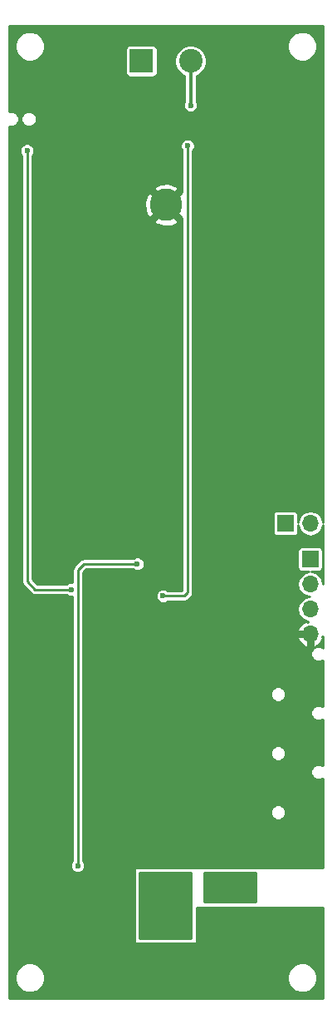
<source format=gbr>
G04 #@! TF.FileFunction,Copper,L2,Bot,Signal*
%FSLAX46Y46*%
G04 Gerber Fmt 4.6, Leading zero omitted, Abs format (unit mm)*
G04 Created by KiCad (PCBNEW 4.0.7) date 02/20/18 20:02:19*
%MOMM*%
%LPD*%
G01*
G04 APERTURE LIST*
%ADD10C,0.100000*%
%ADD11R,2.400000X2.400000*%
%ADD12C,2.400000*%
%ADD13C,3.300000*%
%ADD14C,0.400000*%
%ADD15C,0.600000*%
%ADD16R,1.700000X1.700000*%
%ADD17O,1.700000X1.700000*%
%ADD18C,0.350000*%
%ADD19C,0.250000*%
%ADD20C,0.254000*%
G04 APERTURE END LIST*
D10*
D11*
X225200000Y-64700000D03*
D12*
X230200000Y-64700000D03*
D13*
X227700000Y-152250000D03*
X227700000Y-79350000D03*
D14*
X232700000Y-71650000D03*
X231900000Y-71650000D03*
X232700000Y-70550000D03*
D15*
X226550000Y-145600000D03*
X225450000Y-145600000D03*
X226550000Y-144300000D03*
X235400000Y-145850000D03*
X236450000Y-145850000D03*
X235400000Y-144800000D03*
X236450000Y-144800000D03*
X235400000Y-143750000D03*
X226275000Y-149733334D03*
X227650000Y-149733334D03*
X229025000Y-149733334D03*
X226275000Y-148666667D03*
X227650000Y-148666667D03*
X232875000Y-149733334D03*
X234250000Y-149733334D03*
X235625000Y-149733334D03*
X232875000Y-148666667D03*
X234250000Y-148666667D03*
D16*
X242400000Y-115400000D03*
D17*
X242400000Y-117940000D03*
X242400000Y-120480000D03*
X242400000Y-123020000D03*
D15*
X235625000Y-148666667D03*
X229025000Y-148666667D03*
X236450000Y-143750000D03*
X225450000Y-144300000D03*
D14*
X232300000Y-71100000D03*
X231900000Y-70550000D03*
D16*
X239900000Y-111750000D03*
D17*
X242440000Y-111750000D03*
D15*
X229100000Y-115900000D03*
X230350000Y-128450000D03*
X230525000Y-131600000D03*
X234850000Y-111800000D03*
X234300000Y-79300000D03*
X239650000Y-108675000D03*
X239650000Y-105075000D03*
X239650000Y-101475000D03*
X236900000Y-108675000D03*
X236900000Y-105075000D03*
X236900000Y-101475000D03*
X231900000Y-108675000D03*
X231900000Y-105075000D03*
X231900000Y-101475000D03*
X241350000Y-124200000D03*
X232350000Y-127100000D03*
X232550000Y-125350000D03*
X236650000Y-111800000D03*
X226300000Y-68900000D03*
X237300000Y-71950000D03*
X228650000Y-71500000D03*
X212050000Y-73800000D03*
X212050000Y-67400000D03*
X238700000Y-127100000D03*
X235750000Y-133150000D03*
X222100000Y-143650000D03*
X223850000Y-143650000D03*
X218800000Y-148400000D03*
X238700000Y-146500000D03*
X230200000Y-69200000D03*
X218050000Y-118475000D03*
X213525000Y-73800000D03*
X224775000Y-115875000D03*
X218700000Y-146600000D03*
X229900000Y-73325000D03*
X227400000Y-119125000D03*
D18*
X230200000Y-69200000D02*
X230200000Y-64700000D01*
D19*
X213525000Y-117250000D02*
X213525000Y-117675000D01*
X214325000Y-118475000D02*
X218050000Y-118475000D01*
X213525000Y-117675000D02*
X214325000Y-118475000D01*
X213525000Y-117250000D02*
X213525000Y-73800000D01*
X218700000Y-146600000D02*
X218700000Y-116500000D01*
X219325000Y-115875000D02*
X224775000Y-115875000D01*
X218700000Y-116500000D02*
X219325000Y-115875000D01*
X227400000Y-119125000D02*
X229575000Y-119125000D01*
X229900000Y-118800000D02*
X229900000Y-73325000D01*
X229575000Y-119125000D02*
X229900000Y-118800000D01*
D20*
G36*
X230273000Y-153973000D02*
X225027000Y-153973000D01*
X225027000Y-147327000D01*
X230273000Y-147327000D01*
X230273000Y-153973000D01*
X230273000Y-153973000D01*
G37*
X230273000Y-153973000D02*
X225027000Y-153973000D01*
X225027000Y-147327000D01*
X230273000Y-147327000D01*
X230273000Y-153973000D01*
G36*
X236873000Y-150273000D02*
X231627000Y-150273000D01*
X231627000Y-147327000D01*
X236873000Y-147327000D01*
X236873000Y-150273000D01*
X236873000Y-150273000D01*
G37*
X236873000Y-150273000D02*
X231627000Y-150273000D01*
X231627000Y-147327000D01*
X236873000Y-147327000D01*
X236873000Y-150273000D01*
G36*
X243698000Y-111629463D02*
X243619794Y-111236295D01*
X243342975Y-110822007D01*
X242928687Y-110545188D01*
X242440000Y-110447982D01*
X241951313Y-110545188D01*
X241537025Y-110822007D01*
X241260206Y-111236295D01*
X241185365Y-111612546D01*
X241185365Y-110900000D01*
X241155591Y-110741763D01*
X241062073Y-110596433D01*
X240919381Y-110498936D01*
X240750000Y-110464635D01*
X239050000Y-110464635D01*
X238891763Y-110494409D01*
X238746433Y-110587927D01*
X238648936Y-110730619D01*
X238614635Y-110900000D01*
X238614635Y-112600000D01*
X238644409Y-112758237D01*
X238737927Y-112903567D01*
X238880619Y-113001064D01*
X239050000Y-113035365D01*
X240750000Y-113035365D01*
X240908237Y-113005591D01*
X241053567Y-112912073D01*
X241151064Y-112769381D01*
X241185365Y-112600000D01*
X241185365Y-111887454D01*
X241260206Y-112263705D01*
X241537025Y-112677993D01*
X241951313Y-112954812D01*
X242440000Y-113052018D01*
X242928687Y-112954812D01*
X243342975Y-112677993D01*
X243619794Y-112263705D01*
X243698000Y-111870537D01*
X243698000Y-117919800D01*
X243604812Y-117451313D01*
X243327993Y-117037025D01*
X242913705Y-116760206D01*
X242537454Y-116685365D01*
X243250000Y-116685365D01*
X243408237Y-116655591D01*
X243553567Y-116562073D01*
X243651064Y-116419381D01*
X243685365Y-116250000D01*
X243685365Y-114550000D01*
X243655591Y-114391763D01*
X243562073Y-114246433D01*
X243419381Y-114148936D01*
X243250000Y-114114635D01*
X241550000Y-114114635D01*
X241391763Y-114144409D01*
X241246433Y-114237927D01*
X241148936Y-114380619D01*
X241114635Y-114550000D01*
X241114635Y-116250000D01*
X241144409Y-116408237D01*
X241237927Y-116553567D01*
X241380619Y-116651064D01*
X241550000Y-116685365D01*
X242262546Y-116685365D01*
X241886295Y-116760206D01*
X241472007Y-117037025D01*
X241195188Y-117451313D01*
X241097982Y-117940000D01*
X241195188Y-118428687D01*
X241472007Y-118842975D01*
X241886295Y-119119794D01*
X242339791Y-119210000D01*
X241886295Y-119300206D01*
X241472007Y-119577025D01*
X241195188Y-119991313D01*
X241097982Y-120480000D01*
X241195188Y-120968687D01*
X241472007Y-121382975D01*
X241886295Y-121659794D01*
X242145998Y-121711452D01*
X242145998Y-121798357D01*
X241937410Y-121723005D01*
X241476284Y-121998758D01*
X241155785Y-122429986D01*
X241103026Y-122557413D01*
X241180930Y-122766000D01*
X242146000Y-122766000D01*
X242146000Y-122746000D01*
X242654000Y-122746000D01*
X242654000Y-122766000D01*
X242674000Y-122766000D01*
X242674000Y-123274000D01*
X242654000Y-123274000D01*
X242654000Y-124241642D01*
X242862590Y-124316995D01*
X243323716Y-124041242D01*
X243644215Y-123610014D01*
X243696974Y-123482587D01*
X243619071Y-123274002D01*
X243698000Y-123274002D01*
X243698000Y-124398979D01*
X243690710Y-124391676D01*
X243405233Y-124273135D01*
X243096123Y-124272866D01*
X242810440Y-124390908D01*
X242591676Y-124609290D01*
X242473135Y-124894767D01*
X242472866Y-125203877D01*
X242590908Y-125489560D01*
X242809290Y-125708324D01*
X243094767Y-125826865D01*
X243403877Y-125827134D01*
X243689560Y-125709092D01*
X243698000Y-125700667D01*
X243698000Y-130398979D01*
X243690710Y-130391676D01*
X243405233Y-130273135D01*
X243096123Y-130272866D01*
X242810440Y-130390908D01*
X242591676Y-130609290D01*
X242473135Y-130894767D01*
X242472866Y-131203877D01*
X242590908Y-131489560D01*
X242809290Y-131708324D01*
X243094767Y-131826865D01*
X243403877Y-131827134D01*
X243689560Y-131709092D01*
X243698000Y-131700667D01*
X243698000Y-136398979D01*
X243690710Y-136391676D01*
X243405233Y-136273135D01*
X243096123Y-136272866D01*
X242810440Y-136390908D01*
X242591676Y-136609290D01*
X242473135Y-136894767D01*
X242472866Y-137203877D01*
X242590908Y-137489560D01*
X242809290Y-137708324D01*
X243094767Y-137826865D01*
X243403877Y-137827134D01*
X243689560Y-137709092D01*
X243698000Y-137700667D01*
X243698000Y-146773000D01*
X224600000Y-146773000D01*
X224550590Y-146783006D01*
X224508965Y-146811447D01*
X224481685Y-146853841D01*
X224473000Y-146900000D01*
X224473000Y-154400000D01*
X224483006Y-154449410D01*
X224511447Y-154491035D01*
X224553841Y-154518315D01*
X224600000Y-154527000D01*
X230700000Y-154527000D01*
X230749410Y-154516994D01*
X230791035Y-154488553D01*
X230818315Y-154446159D01*
X230827000Y-154400000D01*
X230827000Y-150827000D01*
X243698000Y-150827000D01*
X243698000Y-160098000D01*
X211702000Y-160098000D01*
X211702000Y-158302407D01*
X212272735Y-158302407D01*
X212504717Y-158863846D01*
X212933894Y-159293773D01*
X213494928Y-159526735D01*
X214102407Y-159527265D01*
X214663846Y-159295283D01*
X215093773Y-158866106D01*
X215326735Y-158305072D01*
X215326737Y-158302407D01*
X240072735Y-158302407D01*
X240304717Y-158863846D01*
X240733894Y-159293773D01*
X241294928Y-159526735D01*
X241902407Y-159527265D01*
X242463846Y-159295283D01*
X242893773Y-158866106D01*
X243126735Y-158305072D01*
X243127265Y-157697593D01*
X242895283Y-157136154D01*
X242466106Y-156706227D01*
X241905072Y-156473265D01*
X241297593Y-156472735D01*
X240736154Y-156704717D01*
X240306227Y-157133894D01*
X240073265Y-157694928D01*
X240072735Y-158302407D01*
X215326737Y-158302407D01*
X215327265Y-157697593D01*
X215095283Y-157136154D01*
X214666106Y-156706227D01*
X214105072Y-156473265D01*
X213497593Y-156472735D01*
X212936154Y-156704717D01*
X212506227Y-157133894D01*
X212273265Y-157694928D01*
X212272735Y-158302407D01*
X211702000Y-158302407D01*
X211702000Y-73943975D01*
X212797874Y-73943975D01*
X212908320Y-74211275D01*
X212973000Y-74276068D01*
X212973000Y-117675000D01*
X213015018Y-117886242D01*
X213134677Y-118065323D01*
X213934677Y-118865323D01*
X214113758Y-118984982D01*
X214325000Y-119027000D01*
X217573800Y-119027000D01*
X217637650Y-119090961D01*
X217904756Y-119201874D01*
X218148000Y-119202086D01*
X218148000Y-146123800D01*
X218084039Y-146187650D01*
X217973126Y-146454756D01*
X217972874Y-146743975D01*
X218083320Y-147011275D01*
X218287650Y-147215961D01*
X218554756Y-147326874D01*
X218843975Y-147327126D01*
X219111275Y-147216680D01*
X219315961Y-147012350D01*
X219426874Y-146745244D01*
X219427126Y-146456025D01*
X219316680Y-146188725D01*
X219252000Y-146123932D01*
X219252000Y-141303877D01*
X238372866Y-141303877D01*
X238490908Y-141589560D01*
X238709290Y-141808324D01*
X238994767Y-141926865D01*
X239303877Y-141927134D01*
X239589560Y-141809092D01*
X239808324Y-141590710D01*
X239926865Y-141305233D01*
X239927134Y-140996123D01*
X239809092Y-140710440D01*
X239590710Y-140491676D01*
X239305233Y-140373135D01*
X238996123Y-140372866D01*
X238710440Y-140490908D01*
X238491676Y-140709290D01*
X238373135Y-140994767D01*
X238372866Y-141303877D01*
X219252000Y-141303877D01*
X219252000Y-135303877D01*
X238372866Y-135303877D01*
X238490908Y-135589560D01*
X238709290Y-135808324D01*
X238994767Y-135926865D01*
X239303877Y-135927134D01*
X239589560Y-135809092D01*
X239808324Y-135590710D01*
X239926865Y-135305233D01*
X239927134Y-134996123D01*
X239809092Y-134710440D01*
X239590710Y-134491676D01*
X239305233Y-134373135D01*
X238996123Y-134372866D01*
X238710440Y-134490908D01*
X238491676Y-134709290D01*
X238373135Y-134994767D01*
X238372866Y-135303877D01*
X219252000Y-135303877D01*
X219252000Y-129303877D01*
X238372866Y-129303877D01*
X238490908Y-129589560D01*
X238709290Y-129808324D01*
X238994767Y-129926865D01*
X239303877Y-129927134D01*
X239589560Y-129809092D01*
X239808324Y-129590710D01*
X239926865Y-129305233D01*
X239927134Y-128996123D01*
X239809092Y-128710440D01*
X239590710Y-128491676D01*
X239305233Y-128373135D01*
X238996123Y-128372866D01*
X238710440Y-128490908D01*
X238491676Y-128709290D01*
X238373135Y-128994767D01*
X238372866Y-129303877D01*
X219252000Y-129303877D01*
X219252000Y-123482587D01*
X241103026Y-123482587D01*
X241155785Y-123610014D01*
X241476284Y-124041242D01*
X241937410Y-124316995D01*
X242146000Y-124241642D01*
X242146000Y-123274000D01*
X241180930Y-123274000D01*
X241103026Y-123482587D01*
X219252000Y-123482587D01*
X219252000Y-119268975D01*
X226672874Y-119268975D01*
X226783320Y-119536275D01*
X226987650Y-119740961D01*
X227254756Y-119851874D01*
X227543975Y-119852126D01*
X227811275Y-119741680D01*
X227876068Y-119677000D01*
X229575000Y-119677000D01*
X229786242Y-119634982D01*
X229965323Y-119515323D01*
X230290323Y-119190323D01*
X230409982Y-119011241D01*
X230452000Y-118800000D01*
X230452000Y-73801200D01*
X230515961Y-73737350D01*
X230626874Y-73470244D01*
X230627126Y-73181025D01*
X230516680Y-72913725D01*
X230312350Y-72709039D01*
X230045244Y-72598126D01*
X229756025Y-72597874D01*
X229488725Y-72708320D01*
X229284039Y-72912650D01*
X229173126Y-73179756D01*
X229172874Y-73468975D01*
X229283320Y-73736275D01*
X229348000Y-73801068D01*
X229348000Y-78066229D01*
X229345008Y-78064203D01*
X228059210Y-79350000D01*
X229345008Y-80635797D01*
X229348000Y-80633771D01*
X229348000Y-118571354D01*
X229346354Y-118573000D01*
X227876200Y-118573000D01*
X227812350Y-118509039D01*
X227545244Y-118398126D01*
X227256025Y-118397874D01*
X226988725Y-118508320D01*
X226784039Y-118712650D01*
X226673126Y-118979756D01*
X226672874Y-119268975D01*
X219252000Y-119268975D01*
X219252000Y-116728646D01*
X219553646Y-116427000D01*
X224298800Y-116427000D01*
X224362650Y-116490961D01*
X224629756Y-116601874D01*
X224918975Y-116602126D01*
X225186275Y-116491680D01*
X225390961Y-116287350D01*
X225501874Y-116020244D01*
X225502126Y-115731025D01*
X225391680Y-115463725D01*
X225187350Y-115259039D01*
X224920244Y-115148126D01*
X224631025Y-115147874D01*
X224363725Y-115258320D01*
X224298932Y-115323000D01*
X219325000Y-115323000D01*
X219113759Y-115365018D01*
X219113757Y-115365019D01*
X219113758Y-115365019D01*
X218934677Y-115484677D01*
X218309677Y-116109677D01*
X218190018Y-116288758D01*
X218190018Y-116288759D01*
X218148000Y-116500000D01*
X218148000Y-117748085D01*
X217906025Y-117747874D01*
X217638725Y-117858320D01*
X217573932Y-117923000D01*
X214553646Y-117923000D01*
X214077000Y-117446354D01*
X214077000Y-80995008D01*
X226414203Y-80995008D01*
X226609383Y-81283236D01*
X227432219Y-81553438D01*
X228295822Y-81488187D01*
X228790617Y-81283236D01*
X228985797Y-80995008D01*
X227700000Y-79709210D01*
X226414203Y-80995008D01*
X214077000Y-80995008D01*
X214077000Y-79082219D01*
X225496562Y-79082219D01*
X225561813Y-79945822D01*
X225766764Y-80440617D01*
X226054992Y-80635797D01*
X227340790Y-79350000D01*
X226054992Y-78064203D01*
X225766764Y-78259383D01*
X225496562Y-79082219D01*
X214077000Y-79082219D01*
X214077000Y-77704992D01*
X226414203Y-77704992D01*
X227700000Y-78990790D01*
X228985797Y-77704992D01*
X228790617Y-77416764D01*
X227967781Y-77146562D01*
X227104178Y-77211813D01*
X226609383Y-77416764D01*
X226414203Y-77704992D01*
X214077000Y-77704992D01*
X214077000Y-74276200D01*
X214140961Y-74212350D01*
X214251874Y-73945244D01*
X214252126Y-73656025D01*
X214141680Y-73388725D01*
X213937350Y-73184039D01*
X213670244Y-73073126D01*
X213381025Y-73072874D01*
X213113725Y-73183320D01*
X212909039Y-73387650D01*
X212798126Y-73654756D01*
X212797874Y-73943975D01*
X211702000Y-73943975D01*
X211702000Y-71369934D01*
X211742769Y-71386863D01*
X212055857Y-71387136D01*
X212345217Y-71267575D01*
X212566797Y-71046382D01*
X212686863Y-70757231D01*
X212686864Y-70755857D01*
X212912864Y-70755857D01*
X213032425Y-71045217D01*
X213253618Y-71266797D01*
X213542769Y-71386863D01*
X213855857Y-71387136D01*
X214145217Y-71267575D01*
X214366797Y-71046382D01*
X214486863Y-70757231D01*
X214487136Y-70444143D01*
X214367575Y-70154783D01*
X214146382Y-69933203D01*
X213857231Y-69813137D01*
X213544143Y-69812864D01*
X213254783Y-69932425D01*
X213033203Y-70153618D01*
X212913137Y-70442769D01*
X212912864Y-70755857D01*
X212686864Y-70755857D01*
X212687136Y-70444143D01*
X212567575Y-70154783D01*
X212346382Y-69933203D01*
X212057231Y-69813137D01*
X211744143Y-69812864D01*
X211702000Y-69830277D01*
X211702000Y-63502407D01*
X212272735Y-63502407D01*
X212504717Y-64063846D01*
X212933894Y-64493773D01*
X213494928Y-64726735D01*
X214102407Y-64727265D01*
X214663846Y-64495283D01*
X215093773Y-64066106D01*
X215326735Y-63505072D01*
X215326739Y-63500000D01*
X223564635Y-63500000D01*
X223564635Y-65900000D01*
X223594409Y-66058237D01*
X223687927Y-66203567D01*
X223830619Y-66301064D01*
X224000000Y-66335365D01*
X226400000Y-66335365D01*
X226558237Y-66305591D01*
X226703567Y-66212073D01*
X226801064Y-66069381D01*
X226835365Y-65900000D01*
X226835365Y-65022211D01*
X228572718Y-65022211D01*
X228819892Y-65620418D01*
X229277175Y-66078499D01*
X229598000Y-66211717D01*
X229598000Y-68773713D01*
X229584039Y-68787650D01*
X229473126Y-69054756D01*
X229472874Y-69343975D01*
X229583320Y-69611275D01*
X229787650Y-69815961D01*
X230054756Y-69926874D01*
X230343975Y-69927126D01*
X230611275Y-69816680D01*
X230815961Y-69612350D01*
X230926874Y-69345244D01*
X230927126Y-69056025D01*
X230816680Y-68788725D01*
X230802000Y-68774019D01*
X230802000Y-66211676D01*
X231120418Y-66080108D01*
X231578499Y-65622825D01*
X231826717Y-65025050D01*
X231827282Y-64377789D01*
X231580108Y-63779582D01*
X231303416Y-63502407D01*
X240072735Y-63502407D01*
X240304717Y-64063846D01*
X240733894Y-64493773D01*
X241294928Y-64726735D01*
X241902407Y-64727265D01*
X242463846Y-64495283D01*
X242893773Y-64066106D01*
X243126735Y-63505072D01*
X243127265Y-62897593D01*
X242895283Y-62336154D01*
X242466106Y-61906227D01*
X241905072Y-61673265D01*
X241297593Y-61672735D01*
X240736154Y-61904717D01*
X240306227Y-62333894D01*
X240073265Y-62894928D01*
X240072735Y-63502407D01*
X231303416Y-63502407D01*
X231122825Y-63321501D01*
X230525050Y-63073283D01*
X229877789Y-63072718D01*
X229279582Y-63319892D01*
X228821501Y-63777175D01*
X228573283Y-64374950D01*
X228572718Y-65022211D01*
X226835365Y-65022211D01*
X226835365Y-63500000D01*
X226805591Y-63341763D01*
X226712073Y-63196433D01*
X226569381Y-63098936D01*
X226400000Y-63064635D01*
X224000000Y-63064635D01*
X223841763Y-63094409D01*
X223696433Y-63187927D01*
X223598936Y-63330619D01*
X223564635Y-63500000D01*
X215326739Y-63500000D01*
X215327265Y-62897593D01*
X215095283Y-62336154D01*
X214666106Y-61906227D01*
X214105072Y-61673265D01*
X213497593Y-61672735D01*
X212936154Y-61904717D01*
X212506227Y-62333894D01*
X212273265Y-62894928D01*
X212272735Y-63502407D01*
X211702000Y-63502407D01*
X211702000Y-61102000D01*
X243698000Y-61102000D01*
X243698000Y-111629463D01*
X243698000Y-111629463D01*
G37*
X243698000Y-111629463D02*
X243619794Y-111236295D01*
X243342975Y-110822007D01*
X242928687Y-110545188D01*
X242440000Y-110447982D01*
X241951313Y-110545188D01*
X241537025Y-110822007D01*
X241260206Y-111236295D01*
X241185365Y-111612546D01*
X241185365Y-110900000D01*
X241155591Y-110741763D01*
X241062073Y-110596433D01*
X240919381Y-110498936D01*
X240750000Y-110464635D01*
X239050000Y-110464635D01*
X238891763Y-110494409D01*
X238746433Y-110587927D01*
X238648936Y-110730619D01*
X238614635Y-110900000D01*
X238614635Y-112600000D01*
X238644409Y-112758237D01*
X238737927Y-112903567D01*
X238880619Y-113001064D01*
X239050000Y-113035365D01*
X240750000Y-113035365D01*
X240908237Y-113005591D01*
X241053567Y-112912073D01*
X241151064Y-112769381D01*
X241185365Y-112600000D01*
X241185365Y-111887454D01*
X241260206Y-112263705D01*
X241537025Y-112677993D01*
X241951313Y-112954812D01*
X242440000Y-113052018D01*
X242928687Y-112954812D01*
X243342975Y-112677993D01*
X243619794Y-112263705D01*
X243698000Y-111870537D01*
X243698000Y-117919800D01*
X243604812Y-117451313D01*
X243327993Y-117037025D01*
X242913705Y-116760206D01*
X242537454Y-116685365D01*
X243250000Y-116685365D01*
X243408237Y-116655591D01*
X243553567Y-116562073D01*
X243651064Y-116419381D01*
X243685365Y-116250000D01*
X243685365Y-114550000D01*
X243655591Y-114391763D01*
X243562073Y-114246433D01*
X243419381Y-114148936D01*
X243250000Y-114114635D01*
X241550000Y-114114635D01*
X241391763Y-114144409D01*
X241246433Y-114237927D01*
X241148936Y-114380619D01*
X241114635Y-114550000D01*
X241114635Y-116250000D01*
X241144409Y-116408237D01*
X241237927Y-116553567D01*
X241380619Y-116651064D01*
X241550000Y-116685365D01*
X242262546Y-116685365D01*
X241886295Y-116760206D01*
X241472007Y-117037025D01*
X241195188Y-117451313D01*
X241097982Y-117940000D01*
X241195188Y-118428687D01*
X241472007Y-118842975D01*
X241886295Y-119119794D01*
X242339791Y-119210000D01*
X241886295Y-119300206D01*
X241472007Y-119577025D01*
X241195188Y-119991313D01*
X241097982Y-120480000D01*
X241195188Y-120968687D01*
X241472007Y-121382975D01*
X241886295Y-121659794D01*
X242145998Y-121711452D01*
X242145998Y-121798357D01*
X241937410Y-121723005D01*
X241476284Y-121998758D01*
X241155785Y-122429986D01*
X241103026Y-122557413D01*
X241180930Y-122766000D01*
X242146000Y-122766000D01*
X242146000Y-122746000D01*
X242654000Y-122746000D01*
X242654000Y-122766000D01*
X242674000Y-122766000D01*
X242674000Y-123274000D01*
X242654000Y-123274000D01*
X242654000Y-124241642D01*
X242862590Y-124316995D01*
X243323716Y-124041242D01*
X243644215Y-123610014D01*
X243696974Y-123482587D01*
X243619071Y-123274002D01*
X243698000Y-123274002D01*
X243698000Y-124398979D01*
X243690710Y-124391676D01*
X243405233Y-124273135D01*
X243096123Y-124272866D01*
X242810440Y-124390908D01*
X242591676Y-124609290D01*
X242473135Y-124894767D01*
X242472866Y-125203877D01*
X242590908Y-125489560D01*
X242809290Y-125708324D01*
X243094767Y-125826865D01*
X243403877Y-125827134D01*
X243689560Y-125709092D01*
X243698000Y-125700667D01*
X243698000Y-130398979D01*
X243690710Y-130391676D01*
X243405233Y-130273135D01*
X243096123Y-130272866D01*
X242810440Y-130390908D01*
X242591676Y-130609290D01*
X242473135Y-130894767D01*
X242472866Y-131203877D01*
X242590908Y-131489560D01*
X242809290Y-131708324D01*
X243094767Y-131826865D01*
X243403877Y-131827134D01*
X243689560Y-131709092D01*
X243698000Y-131700667D01*
X243698000Y-136398979D01*
X243690710Y-136391676D01*
X243405233Y-136273135D01*
X243096123Y-136272866D01*
X242810440Y-136390908D01*
X242591676Y-136609290D01*
X242473135Y-136894767D01*
X242472866Y-137203877D01*
X242590908Y-137489560D01*
X242809290Y-137708324D01*
X243094767Y-137826865D01*
X243403877Y-137827134D01*
X243689560Y-137709092D01*
X243698000Y-137700667D01*
X243698000Y-146773000D01*
X224600000Y-146773000D01*
X224550590Y-146783006D01*
X224508965Y-146811447D01*
X224481685Y-146853841D01*
X224473000Y-146900000D01*
X224473000Y-154400000D01*
X224483006Y-154449410D01*
X224511447Y-154491035D01*
X224553841Y-154518315D01*
X224600000Y-154527000D01*
X230700000Y-154527000D01*
X230749410Y-154516994D01*
X230791035Y-154488553D01*
X230818315Y-154446159D01*
X230827000Y-154400000D01*
X230827000Y-150827000D01*
X243698000Y-150827000D01*
X243698000Y-160098000D01*
X211702000Y-160098000D01*
X211702000Y-158302407D01*
X212272735Y-158302407D01*
X212504717Y-158863846D01*
X212933894Y-159293773D01*
X213494928Y-159526735D01*
X214102407Y-159527265D01*
X214663846Y-159295283D01*
X215093773Y-158866106D01*
X215326735Y-158305072D01*
X215326737Y-158302407D01*
X240072735Y-158302407D01*
X240304717Y-158863846D01*
X240733894Y-159293773D01*
X241294928Y-159526735D01*
X241902407Y-159527265D01*
X242463846Y-159295283D01*
X242893773Y-158866106D01*
X243126735Y-158305072D01*
X243127265Y-157697593D01*
X242895283Y-157136154D01*
X242466106Y-156706227D01*
X241905072Y-156473265D01*
X241297593Y-156472735D01*
X240736154Y-156704717D01*
X240306227Y-157133894D01*
X240073265Y-157694928D01*
X240072735Y-158302407D01*
X215326737Y-158302407D01*
X215327265Y-157697593D01*
X215095283Y-157136154D01*
X214666106Y-156706227D01*
X214105072Y-156473265D01*
X213497593Y-156472735D01*
X212936154Y-156704717D01*
X212506227Y-157133894D01*
X212273265Y-157694928D01*
X212272735Y-158302407D01*
X211702000Y-158302407D01*
X211702000Y-73943975D01*
X212797874Y-73943975D01*
X212908320Y-74211275D01*
X212973000Y-74276068D01*
X212973000Y-117675000D01*
X213015018Y-117886242D01*
X213134677Y-118065323D01*
X213934677Y-118865323D01*
X214113758Y-118984982D01*
X214325000Y-119027000D01*
X217573800Y-119027000D01*
X217637650Y-119090961D01*
X217904756Y-119201874D01*
X218148000Y-119202086D01*
X218148000Y-146123800D01*
X218084039Y-146187650D01*
X217973126Y-146454756D01*
X217972874Y-146743975D01*
X218083320Y-147011275D01*
X218287650Y-147215961D01*
X218554756Y-147326874D01*
X218843975Y-147327126D01*
X219111275Y-147216680D01*
X219315961Y-147012350D01*
X219426874Y-146745244D01*
X219427126Y-146456025D01*
X219316680Y-146188725D01*
X219252000Y-146123932D01*
X219252000Y-141303877D01*
X238372866Y-141303877D01*
X238490908Y-141589560D01*
X238709290Y-141808324D01*
X238994767Y-141926865D01*
X239303877Y-141927134D01*
X239589560Y-141809092D01*
X239808324Y-141590710D01*
X239926865Y-141305233D01*
X239927134Y-140996123D01*
X239809092Y-140710440D01*
X239590710Y-140491676D01*
X239305233Y-140373135D01*
X238996123Y-140372866D01*
X238710440Y-140490908D01*
X238491676Y-140709290D01*
X238373135Y-140994767D01*
X238372866Y-141303877D01*
X219252000Y-141303877D01*
X219252000Y-135303877D01*
X238372866Y-135303877D01*
X238490908Y-135589560D01*
X238709290Y-135808324D01*
X238994767Y-135926865D01*
X239303877Y-135927134D01*
X239589560Y-135809092D01*
X239808324Y-135590710D01*
X239926865Y-135305233D01*
X239927134Y-134996123D01*
X239809092Y-134710440D01*
X239590710Y-134491676D01*
X239305233Y-134373135D01*
X238996123Y-134372866D01*
X238710440Y-134490908D01*
X238491676Y-134709290D01*
X238373135Y-134994767D01*
X238372866Y-135303877D01*
X219252000Y-135303877D01*
X219252000Y-129303877D01*
X238372866Y-129303877D01*
X238490908Y-129589560D01*
X238709290Y-129808324D01*
X238994767Y-129926865D01*
X239303877Y-129927134D01*
X239589560Y-129809092D01*
X239808324Y-129590710D01*
X239926865Y-129305233D01*
X239927134Y-128996123D01*
X239809092Y-128710440D01*
X239590710Y-128491676D01*
X239305233Y-128373135D01*
X238996123Y-128372866D01*
X238710440Y-128490908D01*
X238491676Y-128709290D01*
X238373135Y-128994767D01*
X238372866Y-129303877D01*
X219252000Y-129303877D01*
X219252000Y-123482587D01*
X241103026Y-123482587D01*
X241155785Y-123610014D01*
X241476284Y-124041242D01*
X241937410Y-124316995D01*
X242146000Y-124241642D01*
X242146000Y-123274000D01*
X241180930Y-123274000D01*
X241103026Y-123482587D01*
X219252000Y-123482587D01*
X219252000Y-119268975D01*
X226672874Y-119268975D01*
X226783320Y-119536275D01*
X226987650Y-119740961D01*
X227254756Y-119851874D01*
X227543975Y-119852126D01*
X227811275Y-119741680D01*
X227876068Y-119677000D01*
X229575000Y-119677000D01*
X229786242Y-119634982D01*
X229965323Y-119515323D01*
X230290323Y-119190323D01*
X230409982Y-119011241D01*
X230452000Y-118800000D01*
X230452000Y-73801200D01*
X230515961Y-73737350D01*
X230626874Y-73470244D01*
X230627126Y-73181025D01*
X230516680Y-72913725D01*
X230312350Y-72709039D01*
X230045244Y-72598126D01*
X229756025Y-72597874D01*
X229488725Y-72708320D01*
X229284039Y-72912650D01*
X229173126Y-73179756D01*
X229172874Y-73468975D01*
X229283320Y-73736275D01*
X229348000Y-73801068D01*
X229348000Y-78066229D01*
X229345008Y-78064203D01*
X228059210Y-79350000D01*
X229345008Y-80635797D01*
X229348000Y-80633771D01*
X229348000Y-118571354D01*
X229346354Y-118573000D01*
X227876200Y-118573000D01*
X227812350Y-118509039D01*
X227545244Y-118398126D01*
X227256025Y-118397874D01*
X226988725Y-118508320D01*
X226784039Y-118712650D01*
X226673126Y-118979756D01*
X226672874Y-119268975D01*
X219252000Y-119268975D01*
X219252000Y-116728646D01*
X219553646Y-116427000D01*
X224298800Y-116427000D01*
X224362650Y-116490961D01*
X224629756Y-116601874D01*
X224918975Y-116602126D01*
X225186275Y-116491680D01*
X225390961Y-116287350D01*
X225501874Y-116020244D01*
X225502126Y-115731025D01*
X225391680Y-115463725D01*
X225187350Y-115259039D01*
X224920244Y-115148126D01*
X224631025Y-115147874D01*
X224363725Y-115258320D01*
X224298932Y-115323000D01*
X219325000Y-115323000D01*
X219113759Y-115365018D01*
X219113757Y-115365019D01*
X219113758Y-115365019D01*
X218934677Y-115484677D01*
X218309677Y-116109677D01*
X218190018Y-116288758D01*
X218190018Y-116288759D01*
X218148000Y-116500000D01*
X218148000Y-117748085D01*
X217906025Y-117747874D01*
X217638725Y-117858320D01*
X217573932Y-117923000D01*
X214553646Y-117923000D01*
X214077000Y-117446354D01*
X214077000Y-80995008D01*
X226414203Y-80995008D01*
X226609383Y-81283236D01*
X227432219Y-81553438D01*
X228295822Y-81488187D01*
X228790617Y-81283236D01*
X228985797Y-80995008D01*
X227700000Y-79709210D01*
X226414203Y-80995008D01*
X214077000Y-80995008D01*
X214077000Y-79082219D01*
X225496562Y-79082219D01*
X225561813Y-79945822D01*
X225766764Y-80440617D01*
X226054992Y-80635797D01*
X227340790Y-79350000D01*
X226054992Y-78064203D01*
X225766764Y-78259383D01*
X225496562Y-79082219D01*
X214077000Y-79082219D01*
X214077000Y-77704992D01*
X226414203Y-77704992D01*
X227700000Y-78990790D01*
X228985797Y-77704992D01*
X228790617Y-77416764D01*
X227967781Y-77146562D01*
X227104178Y-77211813D01*
X226609383Y-77416764D01*
X226414203Y-77704992D01*
X214077000Y-77704992D01*
X214077000Y-74276200D01*
X214140961Y-74212350D01*
X214251874Y-73945244D01*
X214252126Y-73656025D01*
X214141680Y-73388725D01*
X213937350Y-73184039D01*
X213670244Y-73073126D01*
X213381025Y-73072874D01*
X213113725Y-73183320D01*
X212909039Y-73387650D01*
X212798126Y-73654756D01*
X212797874Y-73943975D01*
X211702000Y-73943975D01*
X211702000Y-71369934D01*
X211742769Y-71386863D01*
X212055857Y-71387136D01*
X212345217Y-71267575D01*
X212566797Y-71046382D01*
X212686863Y-70757231D01*
X212686864Y-70755857D01*
X212912864Y-70755857D01*
X213032425Y-71045217D01*
X213253618Y-71266797D01*
X213542769Y-71386863D01*
X213855857Y-71387136D01*
X214145217Y-71267575D01*
X214366797Y-71046382D01*
X214486863Y-70757231D01*
X214487136Y-70444143D01*
X214367575Y-70154783D01*
X214146382Y-69933203D01*
X213857231Y-69813137D01*
X213544143Y-69812864D01*
X213254783Y-69932425D01*
X213033203Y-70153618D01*
X212913137Y-70442769D01*
X212912864Y-70755857D01*
X212686864Y-70755857D01*
X212687136Y-70444143D01*
X212567575Y-70154783D01*
X212346382Y-69933203D01*
X212057231Y-69813137D01*
X211744143Y-69812864D01*
X211702000Y-69830277D01*
X211702000Y-63502407D01*
X212272735Y-63502407D01*
X212504717Y-64063846D01*
X212933894Y-64493773D01*
X213494928Y-64726735D01*
X214102407Y-64727265D01*
X214663846Y-64495283D01*
X215093773Y-64066106D01*
X215326735Y-63505072D01*
X215326739Y-63500000D01*
X223564635Y-63500000D01*
X223564635Y-65900000D01*
X223594409Y-66058237D01*
X223687927Y-66203567D01*
X223830619Y-66301064D01*
X224000000Y-66335365D01*
X226400000Y-66335365D01*
X226558237Y-66305591D01*
X226703567Y-66212073D01*
X226801064Y-66069381D01*
X226835365Y-65900000D01*
X226835365Y-65022211D01*
X228572718Y-65022211D01*
X228819892Y-65620418D01*
X229277175Y-66078499D01*
X229598000Y-66211717D01*
X229598000Y-68773713D01*
X229584039Y-68787650D01*
X229473126Y-69054756D01*
X229472874Y-69343975D01*
X229583320Y-69611275D01*
X229787650Y-69815961D01*
X230054756Y-69926874D01*
X230343975Y-69927126D01*
X230611275Y-69816680D01*
X230815961Y-69612350D01*
X230926874Y-69345244D01*
X230927126Y-69056025D01*
X230816680Y-68788725D01*
X230802000Y-68774019D01*
X230802000Y-66211676D01*
X231120418Y-66080108D01*
X231578499Y-65622825D01*
X231826717Y-65025050D01*
X231827282Y-64377789D01*
X231580108Y-63779582D01*
X231303416Y-63502407D01*
X240072735Y-63502407D01*
X240304717Y-64063846D01*
X240733894Y-64493773D01*
X241294928Y-64726735D01*
X241902407Y-64727265D01*
X242463846Y-64495283D01*
X242893773Y-64066106D01*
X243126735Y-63505072D01*
X243127265Y-62897593D01*
X242895283Y-62336154D01*
X242466106Y-61906227D01*
X241905072Y-61673265D01*
X241297593Y-61672735D01*
X240736154Y-61904717D01*
X240306227Y-62333894D01*
X240073265Y-62894928D01*
X240072735Y-63502407D01*
X231303416Y-63502407D01*
X231122825Y-63321501D01*
X230525050Y-63073283D01*
X229877789Y-63072718D01*
X229279582Y-63319892D01*
X228821501Y-63777175D01*
X228573283Y-64374950D01*
X228572718Y-65022211D01*
X226835365Y-65022211D01*
X226835365Y-63500000D01*
X226805591Y-63341763D01*
X226712073Y-63196433D01*
X226569381Y-63098936D01*
X226400000Y-63064635D01*
X224000000Y-63064635D01*
X223841763Y-63094409D01*
X223696433Y-63187927D01*
X223598936Y-63330619D01*
X223564635Y-63500000D01*
X215326739Y-63500000D01*
X215327265Y-62897593D01*
X215095283Y-62336154D01*
X214666106Y-61906227D01*
X214105072Y-61673265D01*
X213497593Y-61672735D01*
X212936154Y-61904717D01*
X212506227Y-62333894D01*
X212273265Y-62894928D01*
X212272735Y-63502407D01*
X211702000Y-63502407D01*
X211702000Y-61102000D01*
X243698000Y-61102000D01*
X243698000Y-111629463D01*
M02*

</source>
